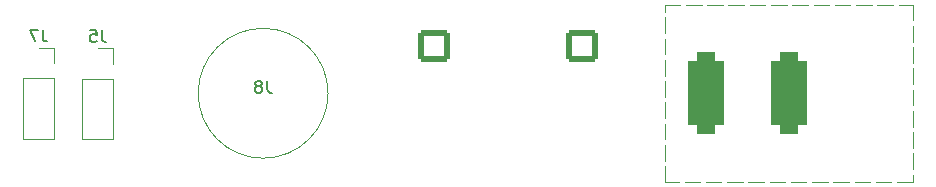
<source format=gbr>
%TF.GenerationSoftware,KiCad,Pcbnew,7.0.2*%
%TF.CreationDate,2023-05-14T11:04:53+02:00*%
%TF.ProjectId,Other-power,4f746865-722d-4706-9f77-65722e6b6963,rev?*%
%TF.SameCoordinates,Original*%
%TF.FileFunction,Legend,Bot*%
%TF.FilePolarity,Positive*%
%FSLAX46Y46*%
G04 Gerber Fmt 4.6, Leading zero omitted, Abs format (unit mm)*
G04 Created by KiCad (PCBNEW 7.0.2) date 2023-05-14 11:04:53*
%MOMM*%
%LPD*%
G01*
G04 APERTURE LIST*
G04 Aperture macros list*
%AMRoundRect*
0 Rectangle with rounded corners*
0 $1 Rounding radius*
0 $2 $3 $4 $5 $6 $7 $8 $9 X,Y pos of 4 corners*
0 Add a 4 corners polygon primitive as box body*
4,1,4,$2,$3,$4,$5,$6,$7,$8,$9,$2,$3,0*
0 Add four circle primitives for the rounded corners*
1,1,$1+$1,$2,$3*
1,1,$1+$1,$4,$5*
1,1,$1+$1,$6,$7*
1,1,$1+$1,$8,$9*
0 Add four rect primitives between the rounded corners*
20,1,$1+$1,$2,$3,$4,$5,0*
20,1,$1+$1,$4,$5,$6,$7,0*
20,1,$1+$1,$6,$7,$8,$9,0*
20,1,$1+$1,$8,$9,$2,$3,0*%
G04 Aperture macros list end*
%ADD10C,0.150000*%
%ADD11C,0.120000*%
%ADD12R,1.700000X1.700000*%
%ADD13O,1.700000X1.700000*%
%ADD14RoundRect,0.250001X-1.099999X1.099999X-1.099999X-1.099999X1.099999X-1.099999X1.099999X1.099999X0*%
%ADD15C,2.700000*%
%ADD16RoundRect,0.750000X-0.750000X-2.750000X0.750000X-2.750000X0.750000X2.750000X-0.750000X2.750000X0*%
%ADD17RoundRect,0.250000X-0.600000X-0.725000X0.600000X-0.725000X0.600000X0.725000X-0.600000X0.725000X0*%
%ADD18O,1.700000X1.950000*%
%ADD19O,2.000000X5.000000*%
%ADD20O,5.000000X2.000000*%
G04 APERTURE END LIST*
D10*
%TO.C,J7*%
X111833333Y-54607619D02*
X111833333Y-55321904D01*
X111833333Y-55321904D02*
X111880952Y-55464761D01*
X111880952Y-55464761D02*
X111976190Y-55560000D01*
X111976190Y-55560000D02*
X112119047Y-55607619D01*
X112119047Y-55607619D02*
X112214285Y-55607619D01*
X111452380Y-54607619D02*
X110785714Y-54607619D01*
X110785714Y-54607619D02*
X111214285Y-55607619D01*
%TO.C,J5*%
X116833333Y-54632619D02*
X116833333Y-55346904D01*
X116833333Y-55346904D02*
X116880952Y-55489761D01*
X116880952Y-55489761D02*
X116976190Y-55585000D01*
X116976190Y-55585000D02*
X117119047Y-55632619D01*
X117119047Y-55632619D02*
X117214285Y-55632619D01*
X115880952Y-54632619D02*
X116357142Y-54632619D01*
X116357142Y-54632619D02*
X116404761Y-55108809D01*
X116404761Y-55108809D02*
X116357142Y-55061190D01*
X116357142Y-55061190D02*
X116261904Y-55013571D01*
X116261904Y-55013571D02*
X116023809Y-55013571D01*
X116023809Y-55013571D02*
X115928571Y-55061190D01*
X115928571Y-55061190D02*
X115880952Y-55108809D01*
X115880952Y-55108809D02*
X115833333Y-55204047D01*
X115833333Y-55204047D02*
X115833333Y-55442142D01*
X115833333Y-55442142D02*
X115880952Y-55537380D01*
X115880952Y-55537380D02*
X115928571Y-55585000D01*
X115928571Y-55585000D02*
X116023809Y-55632619D01*
X116023809Y-55632619D02*
X116261904Y-55632619D01*
X116261904Y-55632619D02*
X116357142Y-55585000D01*
X116357142Y-55585000D02*
X116404761Y-55537380D01*
%TO.C,J8*%
X130833333Y-58962619D02*
X130833333Y-59676904D01*
X130833333Y-59676904D02*
X130880952Y-59819761D01*
X130880952Y-59819761D02*
X130976190Y-59915000D01*
X130976190Y-59915000D02*
X131119047Y-59962619D01*
X131119047Y-59962619D02*
X131214285Y-59962619D01*
X130214285Y-59391190D02*
X130309523Y-59343571D01*
X130309523Y-59343571D02*
X130357142Y-59295952D01*
X130357142Y-59295952D02*
X130404761Y-59200714D01*
X130404761Y-59200714D02*
X130404761Y-59153095D01*
X130404761Y-59153095D02*
X130357142Y-59057857D01*
X130357142Y-59057857D02*
X130309523Y-59010238D01*
X130309523Y-59010238D02*
X130214285Y-58962619D01*
X130214285Y-58962619D02*
X130023809Y-58962619D01*
X130023809Y-58962619D02*
X129928571Y-59010238D01*
X129928571Y-59010238D02*
X129880952Y-59057857D01*
X129880952Y-59057857D02*
X129833333Y-59153095D01*
X129833333Y-59153095D02*
X129833333Y-59200714D01*
X129833333Y-59200714D02*
X129880952Y-59295952D01*
X129880952Y-59295952D02*
X129928571Y-59343571D01*
X129928571Y-59343571D02*
X130023809Y-59391190D01*
X130023809Y-59391190D02*
X130214285Y-59391190D01*
X130214285Y-59391190D02*
X130309523Y-59438809D01*
X130309523Y-59438809D02*
X130357142Y-59486428D01*
X130357142Y-59486428D02*
X130404761Y-59581666D01*
X130404761Y-59581666D02*
X130404761Y-59772142D01*
X130404761Y-59772142D02*
X130357142Y-59867380D01*
X130357142Y-59867380D02*
X130309523Y-59915000D01*
X130309523Y-59915000D02*
X130214285Y-59962619D01*
X130214285Y-59962619D02*
X130023809Y-59962619D01*
X130023809Y-59962619D02*
X129928571Y-59915000D01*
X129928571Y-59915000D02*
X129880952Y-59867380D01*
X129880952Y-59867380D02*
X129833333Y-59772142D01*
X129833333Y-59772142D02*
X129833333Y-59581666D01*
X129833333Y-59581666D02*
X129880952Y-59486428D01*
X129880952Y-59486428D02*
X129928571Y-59438809D01*
X129928571Y-59438809D02*
X130023809Y-59391190D01*
D11*
%TO.C,J7*%
X112830000Y-56145000D02*
X111500000Y-56145000D01*
X112830000Y-57475000D02*
X112830000Y-56145000D01*
X112830000Y-58745000D02*
X112830000Y-63885000D01*
X112830000Y-58745000D02*
X110170000Y-58745000D01*
X112830000Y-63885000D02*
X110170000Y-63885000D01*
X110170000Y-58745000D02*
X110170000Y-63885000D01*
%TO.C,SW1*%
X164500000Y-52500000D02*
X165820000Y-52500000D01*
X166300000Y-52500000D02*
X167620000Y-52500000D01*
X168100000Y-52500000D02*
X169420000Y-52500000D01*
X169900000Y-52500000D02*
X171220000Y-52500000D01*
X171700000Y-52500000D02*
X173020000Y-52500000D01*
X173500000Y-52500000D02*
X174820000Y-52500000D01*
X175300000Y-52500000D02*
X176620000Y-52500000D01*
X177100000Y-52500000D02*
X178420000Y-52500000D01*
X178900000Y-52500000D02*
X180220000Y-52500000D01*
X180700000Y-52500000D02*
X182020000Y-52500000D01*
X182500000Y-52500000D02*
X183820000Y-52500000D01*
X184300000Y-52500000D02*
X185500000Y-52500000D01*
X185500000Y-52500000D02*
X185500000Y-53820000D01*
X185500000Y-54300000D02*
X185500000Y-55620000D01*
X185500000Y-56100000D02*
X185500000Y-57420000D01*
X185500000Y-57900000D02*
X185500000Y-59220000D01*
X185500000Y-59700000D02*
X185500000Y-61020000D01*
X185500000Y-61500000D02*
X185500000Y-62820000D01*
X185500000Y-63300000D02*
X185500000Y-64620000D01*
X185500000Y-65100000D02*
X185500000Y-66420000D01*
X185500000Y-66900000D02*
X185500000Y-67500000D01*
X185500000Y-67500000D02*
X184180000Y-67500000D01*
X183700000Y-67500000D02*
X182380000Y-67500000D01*
X181900000Y-67500000D02*
X180580000Y-67500000D01*
X180100000Y-67500000D02*
X178780000Y-67500000D01*
X178300000Y-67500000D02*
X176980000Y-67500000D01*
X176500000Y-67500000D02*
X175180000Y-67500000D01*
X174700000Y-67500000D02*
X173380000Y-67500000D01*
X172900000Y-67500000D02*
X171580000Y-67500000D01*
X171100000Y-67500000D02*
X169780000Y-67500000D01*
X169300000Y-67500000D02*
X167980000Y-67500000D01*
X167500000Y-67500000D02*
X166180000Y-67500000D01*
X165700000Y-67500000D02*
X164500000Y-67500000D01*
X164500000Y-67500000D02*
X164500000Y-66180000D01*
X164500000Y-65700000D02*
X164500000Y-64380000D01*
X164500000Y-63900000D02*
X164500000Y-62580000D01*
X164500000Y-62100000D02*
X164500000Y-60780000D01*
X164500000Y-60300000D02*
X164500000Y-58980000D01*
X164500000Y-58500000D02*
X164500000Y-57180000D01*
X164500000Y-56700000D02*
X164500000Y-55380000D01*
X164500000Y-54900000D02*
X164500000Y-53580000D01*
X164500000Y-53100000D02*
X164500000Y-52500000D01*
%TO.C,J5*%
X117830000Y-56170000D02*
X116500000Y-56170000D01*
X117830000Y-57500000D02*
X117830000Y-56170000D01*
X117830000Y-58770000D02*
X117830000Y-63910000D01*
X117830000Y-58770000D02*
X115170000Y-58770000D01*
X117830000Y-63910000D02*
X115170000Y-63910000D01*
X115170000Y-58770000D02*
X115170000Y-63910000D01*
%TO.C,J8*%
X136000000Y-60000000D02*
G75*
G03*
X136000000Y-60000000I-5500000J0D01*
G01*
%TD*%
%LPC*%
D12*
%TO.C,J7*%
X111500000Y-57475000D03*
D13*
X111500000Y-60015000D03*
X111500000Y-62555000D03*
%TD*%
D14*
%TO.C,J1*%
X157500000Y-56040000D03*
D15*
X157500000Y-60000000D03*
%TD*%
D14*
%TO.C,J2*%
X145000000Y-56040000D03*
D15*
X145000000Y-60000000D03*
%TD*%
D16*
%TO.C,SW1*%
X168000000Y-60000000D03*
X175000000Y-60000000D03*
%TD*%
D17*
%TO.C,J4*%
X98000000Y-55000000D03*
D18*
X100500000Y-55000000D03*
X103000000Y-55000000D03*
%TD*%
D17*
%TO.C,J6*%
X84500000Y-55000000D03*
D18*
X87000000Y-55000000D03*
X89500000Y-55000000D03*
%TD*%
D12*
%TO.C,J5*%
X116500000Y-57500000D03*
D13*
X116500000Y-60040000D03*
X116500000Y-62580000D03*
%TD*%
D19*
%TO.C,J8*%
X126750000Y-60000000D03*
D20*
X130500000Y-56250000D03*
D19*
X134250000Y-60000000D03*
%TD*%
%LPD*%
M02*

</source>
